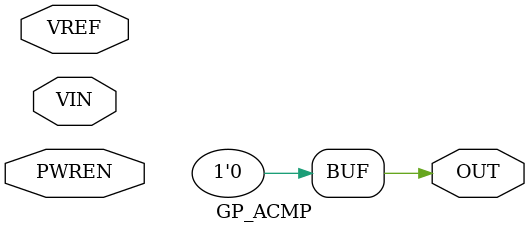
<source format=v>
module GP_ACMP(input wire PWREN, input wire VIN, input wire VREF, output reg OUT);
	parameter BANDWIDTH = "HIGH";
	parameter VIN_ATTEN = 1;
	parameter VIN_ISRC_EN = 0;
	parameter HYSTERESIS = 0;
	initial OUT = 0;
endmodule
</source>
